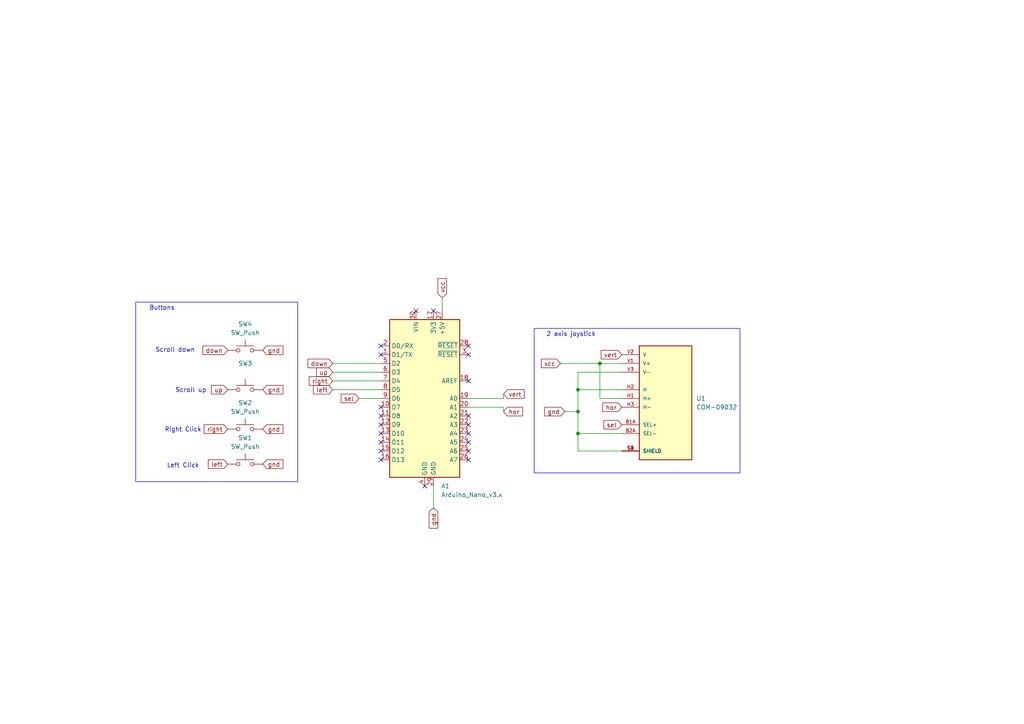
<source format=kicad_sch>
(kicad_sch (version 20231120) (generator "eeschema") (generator_version "8.0")
  (paper "A4")
  (lib_symbols
    (symbol "COM-09032:COM-09032" (pin_names (offset 1.016))
      (property "Reference" "U" (at -7.62 16.002 0))
      (property "Value" "COM-09032" (at -7.62 -20.32 0))
      (symbol "COM-09032_0_0"
        (rectangle (start -7.62 -17.78) (end 7.62 15.24) (stroke (width 0.254)) (fill (type background)))
        (pin passive line (at -12.7 -7.62 0) (length 5.08) (name "SEL+") (number "B1A"))
        (pin passive line (at -12.7 -10.16 0) (length 5.08) (name "SEL-") (number "B2A"))
        (pin passive line (at -12.7 0 0) (length 5.08) (name "H+") (number "H1"))
        (pin passive line (at -12.7 2.54 0) (length 5.08) (name "H") (number "H2"))
        (pin passive line (at -12.7 -2.54 0) (length 5.08) (name "H-") (number "H3"))
        (pin passive line (at -12.7 -15.24 0) (length 5.08) (name "SHIELD") (number "S1"))
        (pin passive line (at -12.7 -15.24 0) (length 5.08) (name "SHIELD") (number "S2"))
        (pin passive line (at -12.7 -15.24 0) (length 5.08) (name "SHIELD") (number "S3"))
        (pin passive line (at -12.7 -15.24 0) (length 5.08) (name "SHIELD") (number "S4"))
        (pin passive line (at -12.7 10.16 0) (length 5.08) (name "V+") (number "V1"))
        (pin passive line (at -12.7 12.7 0) (length 5.08) (name "V") (number "V2"))
        (pin passive line (at -12.7 7.62 0) (length 5.08) (name "V-") (number "V3"))
      )
    )
    (symbol "MCU_Module:Arduino_Nano_v3.x"
      (property "Reference" "A" (at -10.16 23.495 0))
      (property "Value" "Arduino_Nano_v3.x" (at 5.08 -24.13 0))
      (symbol "Arduino_Nano_v3.x_0_1"
        (rectangle (start -10.16 22.86) (end 10.16 -22.86) (stroke (width 0.254)) (fill (type background)))
      )
      (symbol "Arduino_Nano_v3.x_1_1"
        (pin bidirectional line (at -12.7 12.7 0) (length 2.54) (name "D1/TX") (number "1"))
        (pin bidirectional line (at -12.7 -2.54 0) (length 2.54) (name "D7") (number "10"))
        (pin bidirectional line (at -12.7 -5.08 0) (length 2.54) (name "D8") (number "11"))
        (pin bidirectional line (at -12.7 -7.62 0) (length 2.54) (name "D9") (number "12"))
        (pin bidirectional line (at -12.7 -10.16 0) (length 2.54) (name "D10") (number "13"))
        (pin bidirectional line (at -12.7 -12.7 0) (length 2.54) (name "D11") (number "14"))
        (pin bidirectional line (at -12.7 -15.24 0) (length 2.54) (name "D12") (number "15"))
        (pin bidirectional line (at -12.7 -17.78 0) (length 2.54) (name "D13") (number "16"))
        (pin power_out line (at 2.54 25.4 270) (length 2.54) (name "3V3") (number "17"))
        (pin input line (at 12.7 5.08 180) (length 2.54) (name "AREF") (number "18"))
        (pin bidirectional line (at 12.7 0 180) (length 2.54) (name "A0") (number "19"))
        (pin bidirectional line (at -12.7 15.24 0) (length 2.54) (name "D0/RX") (number "2"))
        (pin bidirectional line (at 12.7 -2.54 180) (length 2.54) (name "A1") (number "20"))
        (pin bidirectional line (at 12.7 -5.08 180) (length 2.54) (name "A2") (number "21"))
        (pin bidirectional line (at 12.7 -7.62 180) (length 2.54) (name "A3") (number "22"))
        (pin bidirectional line (at 12.7 -10.16 180) (length 2.54) (name "A4") (number "23"))
        (pin bidirectional line (at 12.7 -12.7 180) (length 2.54) (name "A5") (number "24"))
        (pin bidirectional line (at 12.7 -15.24 180) (length 2.54) (name "A6") (number "25"))
        (pin bidirectional line (at 12.7 -17.78 180) (length 2.54) (name "A7") (number "26"))
        (pin power_out line (at 5.08 25.4 270) (length 2.54) (name "+5V") (number "27"))
        (pin input line (at 12.7 15.24 180) (length 2.54) (name "~{RESET}") (number "28"))
        (pin power_in line (at 2.54 -25.4 90) (length 2.54) (name "GND") (number "29"))
        (pin input line (at 12.7 12.7 180) (length 2.54) (name "~{RESET}") (number "3"))
        (pin power_in line (at -2.54 25.4 270) (length 2.54) (name "VIN") (number "30"))
        (pin power_in line (at 0 -25.4 90) (length 2.54) (name "GND") (number "4"))
        (pin bidirectional line (at -12.7 10.16 0) (length 2.54) (name "D2") (number "5"))
        (pin bidirectional line (at -12.7 7.62 0) (length 2.54) (name "D3") (number "6"))
        (pin bidirectional line (at -12.7 5.08 0) (length 2.54) (name "D4") (number "7"))
        (pin bidirectional line (at -12.7 2.54 0) (length 2.54) (name "D5") (number "8"))
        (pin bidirectional line (at -12.7 0 0) (length 2.54) (name "D6") (number "9"))
      )
    )
    (symbol "Switch:SW_Push" (pin_numbers hide) (pin_names (offset 1.016) hide)
      (property "Reference" "SW" (at 1.27 2.54 0))
      (property "Value" "SW_Push" (at 0 -1.524 0))
      (symbol "SW_Push_0_1"
        (circle (center -2.032 0) (radius 0.508))
        (polyline (pts (xy 0 1.27) (xy 0 3.048)))
        (polyline (pts (xy 2.54 1.27) (xy -2.54 1.27)))
        (circle (center 2.032 0) (radius 0.508))
        (pin passive line (at -5.08 0 0) (length 2.54) (name "1") (number "1"))
        (pin passive line (at 5.08 0 180) (length 2.54) (name "2") (number "2"))
      )
    )
  )
  (junction (at 173.99 105.41))
  (junction (at 167.64 125.73))
  (junction (at 167.64 119.38))
  (junction (at 167.64 113.03))
  (no_connect (at 110.49 130.81))
  (no_connect (at 110.49 133.35))
  (no_connect (at 135.89 123.19))
  (no_connect (at 135.89 100.33))
  (no_connect (at 110.49 123.19))
  (no_connect (at 135.89 130.81))
  (no_connect (at 135.89 128.27))
  (no_connect (at 110.49 100.33))
  (no_connect (at 135.89 120.65))
  (no_connect (at 135.89 133.35))
  (no_connect (at 110.49 102.87))
  (no_connect (at 110.49 118.11))
  (no_connect (at 123.19 140.97))
  (no_connect (at 110.49 120.65))
  (no_connect (at 135.89 102.87))
  (no_connect (at 135.89 125.73))
  (no_connect (at 110.49 128.27))
  (no_connect (at 125.73 90.17))
  (no_connect (at 110.49 125.73))
  (no_connect (at 135.89 110.49))
  (no_connect (at 120.65 90.17))
  (wire (pts (xy 180.34 125.73) (xy 167.64 125.73)))
  (wire (pts (xy 96.52 110.49) (xy 110.49 110.49)))
  (wire (pts (xy 167.64 119.38) (xy 167.64 113.03)))
  (wire (pts (xy 180.34 115.57) (xy 173.99 115.57)))
  (wire (pts (xy 96.52 105.41) (xy 110.49 105.41)))
  (wire (pts (xy 180.34 130.81) (xy 167.64 130.81)))
  (wire (pts (xy 128.27 86.36) (xy 128.27 90.17)))
  (wire (pts (xy 180.34 107.95) (xy 167.64 107.95)))
  (wire (pts (xy 104.14 115.57) (xy 110.49 115.57)))
  (wire (pts (xy 167.64 125.73) (xy 167.64 119.38)))
  (wire (pts (xy 167.64 107.95) (xy 167.64 113.03)))
  (wire (pts (xy 96.52 113.03) (xy 110.49 113.03)))
  (wire (pts (xy 125.73 140.97) (xy 125.73 147.32)))
  (wire (pts (xy 167.64 130.81) (xy 167.64 125.73)))
  (wire (pts (xy 163.83 119.38) (xy 167.64 119.38)))
  (wire (pts (xy 173.99 105.41) (xy 180.34 105.41)))
  (wire (pts (xy 146.05 118.11) (xy 146.05 119.38)))
  (wire (pts (xy 96.52 107.95) (xy 110.49 107.95)))
  (wire (pts (xy 146.05 115.57) (xy 146.05 114.3)))
  (wire (pts (xy 162.56 105.41) (xy 173.99 105.41)))
  (wire (pts (xy 135.89 115.57) (xy 146.05 115.57)))
  (wire (pts (xy 135.89 118.11) (xy 146.05 118.11)))
  (wire (pts (xy 173.99 115.57) (xy 173.99 105.41)))
  (wire (pts (xy 167.64 113.03) (xy 180.34 113.03)))
  (rectangle (start 39.37 87.63) (end 86.36 139.7))
  (rectangle (start 154.94 95.25) (end 214.63 137.16))
  (text "Right Click\n" (at 53.086 124.714 0) (effects (font (size 1.27 1.27))))
  (text "Left Click\n" (at 53.086 135.128 0) (effects (font (size 1.27 1.27))))
  (text "Scroll down\n" (at 50.8 101.6 0) (effects (font (size 1.27 1.27))))
  (text "Scroll up\n" (at 55.372 113.284 0) (effects (font (size 1.27 1.27))))
  (text "Buttons" (at 46.99 89.408 0) (effects (font (size 1.27 1.27))))
  (text "2 axis joystick\n" (at 165.608 97.028 0) (effects (font (size 1.27 1.27))))
  (global_label "sel" (shape input) (at 104.14 115.57 180) (property "Intersheetrefs" "${INTERSHEET_REFS}" (effects (hide yes))))
  (global_label "gnd" (shape input) (at 125.73 147.32 270) (property "Intersheetrefs" "${INTERSHEET_REFS}" (effects (hide yes))))
  (global_label "vcc" (shape input) (at 128.27 86.36 90) (property "Intersheetrefs" "${INTERSHEET_REFS}" (effects (hide yes))))
  (global_label "gnd" (shape input) (at 76.2 134.62 0) (property "Intersheetrefs" "${INTERSHEET_REFS}" (effects (hide yes))))
  (global_label "gnd" (shape input) (at 76.2 101.6 0) (property "Intersheetrefs" "${INTERSHEET_REFS}" (effects (hide yes))))
  (global_label "up" (shape input) (at 96.52 107.95 180) (property "Intersheetrefs" "${INTERSHEET_REFS}" (effects (hide yes))))
  (global_label "down" (shape input) (at 66.04 101.6 180) (property "Intersheetrefs" "${INTERSHEET_REFS}" (effects (hide yes))))
  (global_label "sel" (shape input) (at 180.34 123.19 180) (property "Intersheetrefs" "${INTERSHEET_REFS}" (effects (hide yes))))
  (global_label "gnd" (shape input) (at 163.83 119.38 180) (property "Intersheetrefs" "${INTERSHEET_REFS}" (effects (hide yes))))
  (global_label "up" (shape input) (at 66.04 113.03 180) (property "Intersheetrefs" "${INTERSHEET_REFS}" (effects (hide yes))))
  (global_label "vert" (shape input) (at 146.05 114.3 0) (property "Intersheetrefs" "${INTERSHEET_REFS}" (effects (hide yes))))
  (global_label "down" (shape input) (at 96.52 105.41 180) (property "Intersheetrefs" "${INTERSHEET_REFS}" (effects (hide yes))))
  (global_label "gnd" (shape input) (at 76.2 124.46 0) (property "Intersheetrefs" "${INTERSHEET_REFS}" (effects (hide yes))))
  (global_label "left" (shape input) (at 96.52 113.03 180) (property "Intersheetrefs" "${INTERSHEET_REFS}" (effects (hide yes))))
  (global_label "left" (shape input) (at 66.04 134.62 180) (property "Intersheetrefs" "${INTERSHEET_REFS}" (effects (hide yes))))
  (global_label "right" (shape input) (at 96.52 110.49 180) (property "Intersheetrefs" "${INTERSHEET_REFS}" (effects (hide yes))))
  (global_label "vcc" (shape input) (at 162.56 105.41 180) (property "Intersheetrefs" "${INTERSHEET_REFS}" (effects (hide yes))))
  (global_label "vert" (shape input) (at 180.34 102.87 180) (property "Intersheetrefs" "${INTERSHEET_REFS}" (effects (hide yes))))
  (global_label "hor" (shape input) (at 146.05 119.38 0) (property "Intersheetrefs" "${INTERSHEET_REFS}" (effects (hide yes))))
  (global_label "right" (shape input) (at 66.04 124.46 180) (property "Intersheetrefs" "${INTERSHEET_REFS}" (effects (hide yes))))
  (global_label "gnd" (shape input) (at 76.2 113.03 0) (property "Intersheetrefs" "${INTERSHEET_REFS}" (effects (hide yes))))
  (global_label "hor" (shape input) (at 180.34 118.11 180) (property "Intersheetrefs" "${INTERSHEET_REFS}" (effects (hide yes))))
  (symbol (lib_id "COM-09032:COM-09032") (at 193.04 115.57 0) (unit 1)
    (property "Reference" "U1" (at 201.93 115.5699 0) (effects (justify left)))
    (property "Value" "COM-09032" (at 201.93 118.1099 0) (effects (justify left)))
    (property "Footprint" "XDCR_COM-09032:XDCR_COM-09032" (effects (hide yes)))
    (property "MF" "SparkFun Electronics" (effects (hide yes)))
    (property "MAXIMUM_PACKAGE_HEIGHT" "30.1mm" (effects (hide yes)))
    (property "Package" "Package" (effects (hide yes)))
    (property "Price" "None" (effects (hide yes)))
    (property "Check_prices" "https://www.snapeda.com/parts/COM-09032/SparkFun+Electronics/view-part/?ref=eda" (effects (hide yes)))
    (property "STANDARD" "Manufacturer Recommendations" (effects (hide yes)))
    (property "PARTREV" "N/A" (effects (hide yes)))
    (property "SnapEDA_Link" "https://www.snapeda.com/parts/COM-09032/SparkFun+Electronics/view-part/?ref=snap" (effects (hide yes)))
    (property "MP" "COM-09032" (effects (hide yes)))
    (property "Description_1" "\nJoystick, 2 - Axis Analog (Resistive) Output\n" (effects (hide yes)))
    (property "Availability" "In Stock" (effects (hide yes)))
    (property "MANUFACTURER" "SparkFun Electronics" (effects (hide yes)))
  )
  (symbol (lib_id "Switch:SW_Push") (at 71.12 113.03 0) (unit 1)
    (property "Reference" "SW3" (at 71.12 105.41 0))
    (property "Value" "SW_Push" (effects (hide yes)))
    (property "Footprint" "Button_Switch_THT:SW_PUSH_6mm" (effects (hide yes)))
    (property "Description" "Push button switch, generic, two pins" (effects (hide yes)))
  )
  (symbol (lib_id "Switch:SW_Push") (at 71.12 101.6 0) (unit 1)
    (property "Reference" "SW4" (at 71.12 93.98 0))
    (property "Value" "SW_Push" (at 71.12 96.52 0))
    (property "Footprint" "Button_Switch_THT:SW_PUSH_6mm" (effects (hide yes)))
    (property "Description" "Push button switch, generic, two pins" (effects (hide yes)))
  )
  (symbol (lib_id "MCU_Module:Arduino_Nano_v3.x") (at 123.19 115.57 0) (unit 1)
    (property "Reference" "A1" (at 127.9241 140.97 0) (effects (justify left)))
    (property "Value" "Arduino_Nano_v3.x" (at 127.9241 143.51 0) (effects (justify left)))
    (property "Footprint" "Module:Arduino_Nano" (effects (hide yes)))
    (property "Datasheet" "http://www.mouser.com/pdfdocs/Gravitech_Arduino_Nano3_0.pdf" (effects (hide yes)))
    (property "Description" "Arduino Nano v3.x" (effects (hide yes)))
  )
  (symbol (lib_id "Switch:SW_Push") (at 71.12 124.46 0) (unit 1)
    (property "Reference" "SW2" (at 71.12 116.84 0))
    (property "Value" "SW_Push" (at 71.12 119.38 0))
    (property "Footprint" "Button_Switch_THT:SW_PUSH_6mm" (effects (hide yes)))
    (property "Description" "Push button switch, generic, two pins" (effects (hide yes)))
  )
  (symbol (lib_id "Switch:SW_Push") (at 71.12 134.62 0) (unit 1)
    (property "Reference" "SW1" (at 71.12 127 0))
    (property "Value" "SW_Push" (at 71.12 129.54 0))
    (property "Footprint" "Button_Switch_THT:SW_PUSH_6mm" (effects (hide yes)))
    (property "Description" "Push button switch, generic, two pins" (effects (hide yes)))
  )
)
</source>
